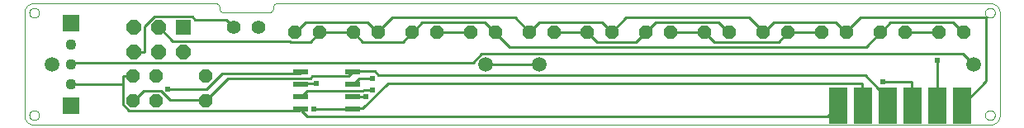
<source format=gtl>
G75*
G70*
%OFA0B0*%
%FSLAX24Y24*%
%IPPOS*%
%LPD*%
%AMOC8*
5,1,8,0,0,1.08239X$1,22.5*
%
%ADD10C,0.0000*%
%ADD11R,0.0630X0.0236*%
%ADD12OC8,0.0520*%
%ADD13C,0.0560*%
%ADD14R,0.0760X0.1500*%
%ADD15C,0.0594*%
%ADD16R,0.0709X0.0709*%
%ADD17C,0.0436*%
%ADD18R,0.0600X0.0600*%
%ADD19OC8,0.0600*%
%ADD20C,0.0100*%
%ADD21C,0.0240*%
D10*
X001385Y000522D02*
X039968Y000522D01*
X039771Y000916D02*
X039773Y000943D01*
X039779Y000970D01*
X039788Y000996D01*
X039801Y001020D01*
X039817Y001043D01*
X039836Y001062D01*
X039858Y001079D01*
X039882Y001093D01*
X039907Y001103D01*
X039934Y001110D01*
X039961Y001113D01*
X039989Y001112D01*
X040016Y001107D01*
X040042Y001099D01*
X040066Y001087D01*
X040089Y001071D01*
X040110Y001053D01*
X040127Y001032D01*
X040142Y001008D01*
X040153Y000983D01*
X040161Y000957D01*
X040165Y000930D01*
X040165Y000902D01*
X040161Y000875D01*
X040153Y000849D01*
X040142Y000824D01*
X040127Y000800D01*
X040110Y000779D01*
X040089Y000761D01*
X040067Y000745D01*
X040042Y000733D01*
X040016Y000725D01*
X039989Y000720D01*
X039961Y000719D01*
X039934Y000722D01*
X039907Y000729D01*
X039882Y000739D01*
X039858Y000753D01*
X039836Y000770D01*
X039817Y000789D01*
X039801Y000812D01*
X039788Y000836D01*
X039779Y000862D01*
X039773Y000889D01*
X039771Y000916D01*
X039968Y000522D02*
X040007Y000524D01*
X040045Y000530D01*
X040082Y000539D01*
X040119Y000552D01*
X040154Y000569D01*
X040187Y000588D01*
X040218Y000611D01*
X040247Y000637D01*
X040273Y000666D01*
X040296Y000697D01*
X040315Y000730D01*
X040332Y000765D01*
X040345Y000802D01*
X040354Y000839D01*
X040360Y000877D01*
X040362Y000916D01*
X040361Y000916D02*
X040361Y005050D01*
X039771Y005050D02*
X039773Y005077D01*
X039779Y005104D01*
X039788Y005130D01*
X039801Y005154D01*
X039817Y005177D01*
X039836Y005196D01*
X039858Y005213D01*
X039882Y005227D01*
X039907Y005237D01*
X039934Y005244D01*
X039961Y005247D01*
X039989Y005246D01*
X040016Y005241D01*
X040042Y005233D01*
X040066Y005221D01*
X040089Y005205D01*
X040110Y005187D01*
X040127Y005166D01*
X040142Y005142D01*
X040153Y005117D01*
X040161Y005091D01*
X040165Y005064D01*
X040165Y005036D01*
X040161Y005009D01*
X040153Y004983D01*
X040142Y004958D01*
X040127Y004934D01*
X040110Y004913D01*
X040089Y004895D01*
X040067Y004879D01*
X040042Y004867D01*
X040016Y004859D01*
X039989Y004854D01*
X039961Y004853D01*
X039934Y004856D01*
X039907Y004863D01*
X039882Y004873D01*
X039858Y004887D01*
X039836Y004904D01*
X039817Y004923D01*
X039801Y004946D01*
X039788Y004970D01*
X039779Y004996D01*
X039773Y005023D01*
X039771Y005050D01*
X039968Y005444D02*
X040007Y005442D01*
X040045Y005436D01*
X040082Y005427D01*
X040119Y005414D01*
X040154Y005397D01*
X040187Y005378D01*
X040218Y005355D01*
X040247Y005329D01*
X040273Y005300D01*
X040296Y005269D01*
X040315Y005236D01*
X040332Y005201D01*
X040345Y005164D01*
X040354Y005127D01*
X040360Y005089D01*
X040362Y005050D01*
X039968Y005443D02*
X011227Y005443D01*
X011201Y005441D01*
X011176Y005436D01*
X011152Y005428D01*
X011128Y005417D01*
X011107Y005402D01*
X011088Y005385D01*
X011071Y005366D01*
X011056Y005345D01*
X011045Y005321D01*
X011037Y005297D01*
X011032Y005272D01*
X011030Y005246D01*
X011031Y005246D02*
X011029Y005220D01*
X011024Y005195D01*
X011016Y005171D01*
X011005Y005147D01*
X010990Y005126D01*
X010973Y005107D01*
X010954Y005090D01*
X010932Y005075D01*
X010909Y005064D01*
X010885Y005056D01*
X010860Y005051D01*
X010834Y005049D01*
X010834Y005050D02*
X009062Y005050D01*
X009062Y005049D02*
X009036Y005051D01*
X009011Y005056D01*
X008987Y005064D01*
X008963Y005075D01*
X008942Y005090D01*
X008923Y005107D01*
X008906Y005126D01*
X008891Y005148D01*
X008880Y005171D01*
X008872Y005195D01*
X008867Y005220D01*
X008865Y005246D01*
X008863Y005272D01*
X008858Y005297D01*
X008850Y005321D01*
X008839Y005344D01*
X008824Y005366D01*
X008807Y005385D01*
X008788Y005402D01*
X008767Y005417D01*
X008743Y005428D01*
X008719Y005436D01*
X008694Y005441D01*
X008668Y005443D01*
X001385Y005443D01*
X001188Y005050D02*
X001190Y005077D01*
X001196Y005104D01*
X001205Y005130D01*
X001218Y005154D01*
X001234Y005177D01*
X001253Y005196D01*
X001275Y005213D01*
X001299Y005227D01*
X001324Y005237D01*
X001351Y005244D01*
X001378Y005247D01*
X001406Y005246D01*
X001433Y005241D01*
X001459Y005233D01*
X001483Y005221D01*
X001506Y005205D01*
X001527Y005187D01*
X001544Y005166D01*
X001559Y005142D01*
X001570Y005117D01*
X001578Y005091D01*
X001582Y005064D01*
X001582Y005036D01*
X001578Y005009D01*
X001570Y004983D01*
X001559Y004958D01*
X001544Y004934D01*
X001527Y004913D01*
X001506Y004895D01*
X001484Y004879D01*
X001459Y004867D01*
X001433Y004859D01*
X001406Y004854D01*
X001378Y004853D01*
X001351Y004856D01*
X001324Y004863D01*
X001299Y004873D01*
X001275Y004887D01*
X001253Y004904D01*
X001234Y004923D01*
X001218Y004946D01*
X001205Y004970D01*
X001196Y004996D01*
X001190Y005023D01*
X001188Y005050D01*
X000991Y005050D02*
X000993Y005089D01*
X000999Y005127D01*
X001008Y005164D01*
X001021Y005201D01*
X001038Y005236D01*
X001057Y005269D01*
X001080Y005300D01*
X001106Y005329D01*
X001135Y005355D01*
X001166Y005378D01*
X001199Y005397D01*
X001234Y005414D01*
X001271Y005427D01*
X001308Y005436D01*
X001346Y005442D01*
X001385Y005444D01*
X000991Y005050D02*
X000991Y000916D01*
X001188Y000916D02*
X001190Y000943D01*
X001196Y000970D01*
X001205Y000996D01*
X001218Y001020D01*
X001234Y001043D01*
X001253Y001062D01*
X001275Y001079D01*
X001299Y001093D01*
X001324Y001103D01*
X001351Y001110D01*
X001378Y001113D01*
X001406Y001112D01*
X001433Y001107D01*
X001459Y001099D01*
X001483Y001087D01*
X001506Y001071D01*
X001527Y001053D01*
X001544Y001032D01*
X001559Y001008D01*
X001570Y000983D01*
X001578Y000957D01*
X001582Y000930D01*
X001582Y000902D01*
X001578Y000875D01*
X001570Y000849D01*
X001559Y000824D01*
X001544Y000800D01*
X001527Y000779D01*
X001506Y000761D01*
X001484Y000745D01*
X001459Y000733D01*
X001433Y000725D01*
X001406Y000720D01*
X001378Y000719D01*
X001351Y000722D01*
X001324Y000729D01*
X001299Y000739D01*
X001275Y000753D01*
X001253Y000770D01*
X001234Y000789D01*
X001218Y000812D01*
X001205Y000836D01*
X001196Y000862D01*
X001190Y000889D01*
X001188Y000916D01*
X000991Y000916D02*
X000993Y000877D01*
X000999Y000839D01*
X001008Y000802D01*
X001021Y000765D01*
X001038Y000730D01*
X001057Y000697D01*
X001080Y000666D01*
X001106Y000637D01*
X001135Y000611D01*
X001166Y000588D01*
X001199Y000569D01*
X001234Y000552D01*
X001271Y000539D01*
X001308Y000530D01*
X001346Y000524D01*
X001385Y000522D01*
D11*
X012151Y001154D03*
X014241Y001150D03*
X014241Y001650D03*
X012151Y001654D03*
X012151Y002154D03*
X014241Y002150D03*
X014241Y002650D03*
X012151Y002650D03*
D12*
X008290Y002491D03*
X006290Y002491D03*
X005381Y002498D03*
X006290Y001506D03*
X005381Y001498D03*
X008290Y001506D03*
X011908Y004262D03*
X012908Y004262D03*
X014271Y004262D03*
X015271Y004262D03*
X016633Y004262D03*
X017633Y004262D03*
X018995Y004262D03*
X019995Y004262D03*
X021357Y004262D03*
X022357Y004262D03*
X023719Y004262D03*
X024719Y004262D03*
X026082Y004262D03*
X027082Y004262D03*
X028444Y004262D03*
X029444Y004262D03*
X030806Y004262D03*
X031806Y004262D03*
X033168Y004262D03*
X034168Y004262D03*
X035531Y004262D03*
X036531Y004262D03*
X037893Y004262D03*
X038893Y004262D03*
D13*
X010440Y004459D03*
X009456Y004459D03*
D14*
X033826Y001309D03*
X034826Y001309D03*
X035826Y001309D03*
X036826Y001309D03*
X037826Y001309D03*
X038826Y001309D03*
D15*
X039298Y002963D03*
X021779Y002963D03*
X019613Y002963D03*
X002094Y002963D03*
D16*
X002881Y004636D03*
X002881Y001290D03*
D17*
X002881Y002176D03*
X002881Y002963D03*
X002881Y003750D03*
D18*
X007405Y004467D03*
D19*
X006405Y004467D03*
X005405Y004467D03*
X005405Y003467D03*
X006405Y003467D03*
X007405Y003467D03*
D20*
X005834Y003475D02*
X005440Y003475D01*
X005405Y003467D01*
X005834Y003475D02*
X005834Y004498D01*
X006227Y004892D01*
X007763Y004892D01*
X007881Y004774D01*
X009141Y004774D01*
X009456Y004459D01*
X011908Y004262D02*
X011936Y004262D01*
X012330Y004656D01*
X014849Y004656D01*
X015243Y004262D01*
X015271Y004262D01*
X015282Y004302D01*
X015834Y004853D01*
X020794Y004853D01*
X021345Y004302D01*
X021357Y004262D01*
X021385Y004262D01*
X021779Y004656D01*
X024298Y004656D01*
X024692Y004262D01*
X024719Y004262D01*
X024731Y004302D01*
X025282Y004853D01*
X030243Y004853D01*
X030794Y004302D01*
X030806Y004262D01*
X030834Y004262D01*
X031227Y004656D01*
X033747Y004656D01*
X034141Y004262D01*
X034168Y004262D01*
X034180Y004302D01*
X034731Y004853D01*
X039810Y004853D01*
X039810Y002294D01*
X038826Y001309D01*
X037842Y001309D02*
X037826Y001309D01*
X037842Y001309D02*
X037842Y003120D01*
X038865Y003396D02*
X039298Y002963D01*
X038865Y003396D02*
X019456Y003396D01*
X019101Y003042D01*
X002960Y003042D01*
X002881Y002963D01*
X004968Y002491D02*
X005361Y002491D01*
X005381Y002498D01*
X004968Y002491D02*
X004968Y002176D01*
X002881Y002176D01*
X004968Y002176D02*
X004968Y001349D01*
X005204Y001113D01*
X012094Y001113D01*
X012133Y001152D01*
X012151Y001154D01*
X012172Y001113D01*
X012408Y000876D01*
X033393Y000876D01*
X033826Y001309D01*
X034810Y001309D02*
X034826Y001309D01*
X034810Y001309D02*
X034810Y002215D01*
X015676Y002215D01*
X014653Y001191D01*
X014259Y001191D01*
X014241Y001150D01*
X014219Y001152D01*
X012684Y001152D01*
X012172Y001664D02*
X012151Y001654D01*
X012172Y001664D02*
X012408Y001900D01*
X014653Y001900D01*
X014692Y001939D01*
X015046Y001939D01*
X014259Y002176D02*
X014241Y002150D01*
X014259Y002176D02*
X014495Y002412D01*
X015046Y002412D01*
X015282Y002530D02*
X015125Y002687D01*
X014259Y002687D01*
X014241Y002650D01*
X014219Y002648D01*
X014062Y002491D01*
X012605Y002491D01*
X012527Y002412D01*
X009219Y002412D01*
X008314Y001506D01*
X008290Y001506D01*
X008275Y001546D01*
X006857Y001546D01*
X006503Y001900D01*
X005794Y001900D01*
X005401Y001506D01*
X005381Y001498D01*
X006779Y001979D02*
X008353Y001979D01*
X008983Y002609D01*
X012094Y002609D01*
X012133Y002648D01*
X012151Y002650D01*
X015282Y002530D02*
X034928Y002530D01*
X035479Y001979D01*
X035794Y001979D01*
X035794Y001309D01*
X035826Y001309D01*
X036818Y001309D02*
X036826Y001309D01*
X036818Y001309D02*
X036818Y002254D01*
X035637Y002254D01*
X034968Y003672D02*
X020558Y003672D01*
X020007Y004223D01*
X019995Y004262D01*
X019968Y004262D01*
X019574Y004656D01*
X017054Y004656D01*
X016660Y004262D01*
X016633Y004262D01*
X016621Y004223D01*
X016267Y003869D01*
X014653Y003869D01*
X014298Y004223D01*
X014271Y004262D01*
X012908Y004262D01*
X012881Y004223D01*
X012527Y003869D01*
X011739Y003869D01*
X011700Y003908D01*
X006975Y003908D01*
X006424Y004459D01*
X006405Y004467D01*
X017633Y004262D02*
X018995Y004262D01*
X022357Y004262D02*
X023719Y004262D01*
X023747Y004223D01*
X024101Y003869D01*
X025676Y003869D01*
X026070Y004262D01*
X026082Y004262D01*
X026109Y004302D01*
X026464Y004656D01*
X029023Y004656D01*
X029416Y004262D01*
X029444Y004262D01*
X028826Y003869D02*
X028471Y004223D01*
X028444Y004262D01*
X027082Y004262D01*
X028826Y003869D02*
X031424Y003869D01*
X031779Y004223D01*
X031806Y004262D01*
X033168Y004262D01*
X034968Y003672D02*
X035519Y004223D01*
X035531Y004262D01*
X035558Y004262D01*
X035952Y004656D01*
X038471Y004656D01*
X038865Y004262D01*
X038893Y004262D01*
X037893Y004262D02*
X036531Y004262D01*
X021779Y002963D02*
X019613Y002963D01*
X012763Y002215D02*
X012212Y002215D01*
X012172Y002176D01*
X012151Y002154D01*
X014241Y001650D02*
X014259Y001664D01*
X014771Y001664D01*
D21*
X014771Y001664D03*
X015046Y001939D03*
X012763Y002215D03*
X015046Y002412D03*
X006779Y001979D03*
X012684Y001152D03*
X035637Y002254D03*
X037842Y003120D03*
M02*

</source>
